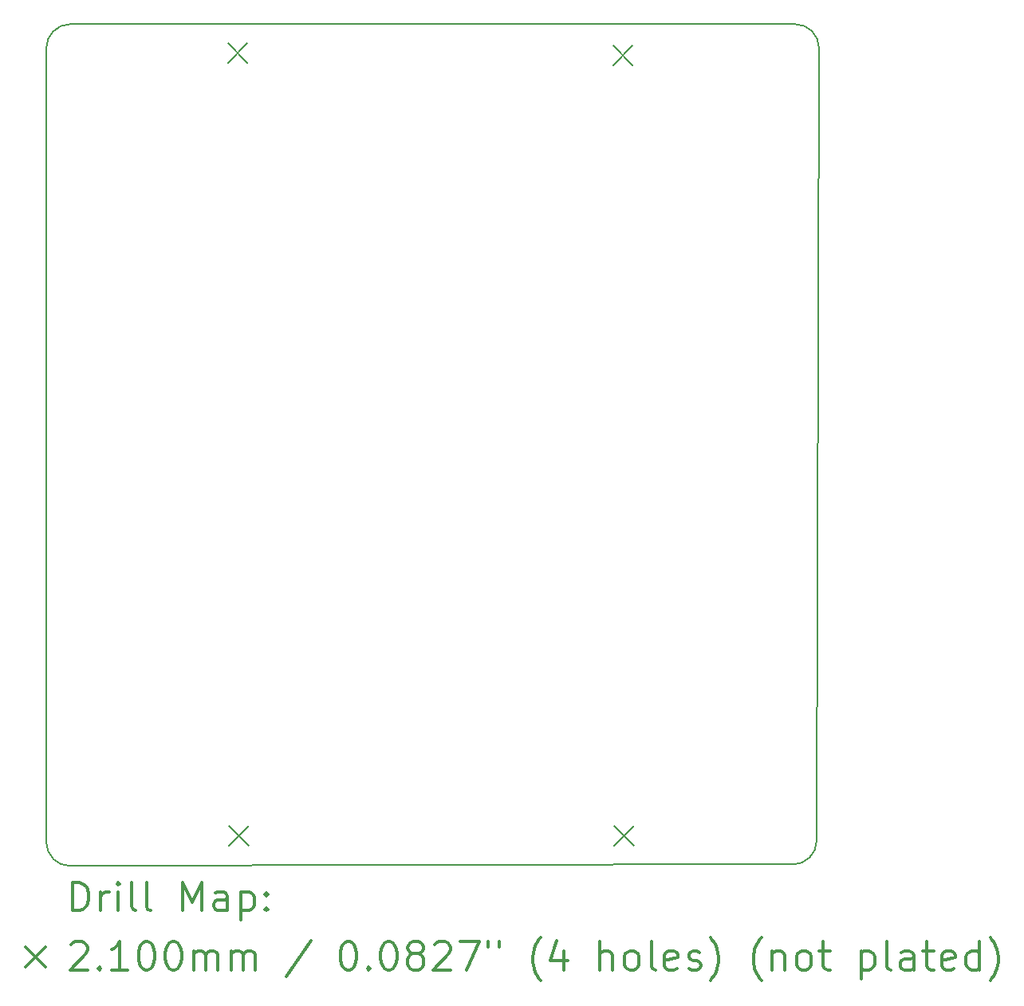
<source format=gbr>
%FSLAX45Y45*%
G04 Gerber Fmt 4.5, Leading zero omitted, Abs format (unit mm)*
G04 Created by KiCad (PCBNEW 5.99.0+really5.1.10+dfsg1-1) date 2022-01-28 19:42:38*
%MOMM*%
%LPD*%
G01*
G04 APERTURE LIST*
%TA.AperFunction,Profile*%
%ADD10C,0.150000*%
%TD*%
%ADD11C,0.200000*%
%ADD12C,0.300000*%
G04 APERTURE END LIST*
D10*
X18084800Y-13089890D02*
G75*
G02*
X17830800Y-13343890I-254000J0D01*
G01*
X10160000Y-13360400D02*
G75*
G02*
X9906000Y-13106400I0J254000D01*
G01*
X9906000Y-4673600D02*
G75*
G02*
X10160000Y-4419600I254000J0D01*
G01*
X17856200Y-4419600D02*
G75*
G02*
X18110200Y-4673600I0J-254000D01*
G01*
X9906000Y-13106400D02*
X9906000Y-4673600D01*
X17830800Y-13343890D02*
X10160000Y-13360400D01*
X18110200Y-4673600D02*
X18084800Y-13089890D01*
X10160000Y-4419600D02*
X17856200Y-4419600D01*
D11*
X11833000Y-4619400D02*
X12043000Y-4829400D01*
X12043000Y-4619400D02*
X11833000Y-4829400D01*
X11847732Y-12933836D02*
X12057732Y-13143836D01*
X12057732Y-12933836D02*
X11847732Y-13143836D01*
X15922400Y-4644800D02*
X16132400Y-4854800D01*
X16132400Y-4644800D02*
X15922400Y-4854800D01*
X15937132Y-12933836D02*
X16147132Y-13143836D01*
X16147132Y-12933836D02*
X15937132Y-13143836D01*
D12*
X10184928Y-13833614D02*
X10184928Y-13533614D01*
X10256357Y-13533614D01*
X10299214Y-13547900D01*
X10327786Y-13576471D01*
X10342071Y-13605043D01*
X10356357Y-13662186D01*
X10356357Y-13705043D01*
X10342071Y-13762186D01*
X10327786Y-13790757D01*
X10299214Y-13819329D01*
X10256357Y-13833614D01*
X10184928Y-13833614D01*
X10484928Y-13833614D02*
X10484928Y-13633614D01*
X10484928Y-13690757D02*
X10499214Y-13662186D01*
X10513500Y-13647900D01*
X10542071Y-13633614D01*
X10570643Y-13633614D01*
X10670643Y-13833614D02*
X10670643Y-13633614D01*
X10670643Y-13533614D02*
X10656357Y-13547900D01*
X10670643Y-13562186D01*
X10684928Y-13547900D01*
X10670643Y-13533614D01*
X10670643Y-13562186D01*
X10856357Y-13833614D02*
X10827786Y-13819329D01*
X10813500Y-13790757D01*
X10813500Y-13533614D01*
X11013500Y-13833614D02*
X10984928Y-13819329D01*
X10970643Y-13790757D01*
X10970643Y-13533614D01*
X11356357Y-13833614D02*
X11356357Y-13533614D01*
X11456357Y-13747900D01*
X11556357Y-13533614D01*
X11556357Y-13833614D01*
X11827786Y-13833614D02*
X11827786Y-13676471D01*
X11813500Y-13647900D01*
X11784928Y-13633614D01*
X11727786Y-13633614D01*
X11699214Y-13647900D01*
X11827786Y-13819329D02*
X11799214Y-13833614D01*
X11727786Y-13833614D01*
X11699214Y-13819329D01*
X11684928Y-13790757D01*
X11684928Y-13762186D01*
X11699214Y-13733614D01*
X11727786Y-13719329D01*
X11799214Y-13719329D01*
X11827786Y-13705043D01*
X11970643Y-13633614D02*
X11970643Y-13933614D01*
X11970643Y-13647900D02*
X11999214Y-13633614D01*
X12056357Y-13633614D01*
X12084928Y-13647900D01*
X12099214Y-13662186D01*
X12113500Y-13690757D01*
X12113500Y-13776471D01*
X12099214Y-13805043D01*
X12084928Y-13819329D01*
X12056357Y-13833614D01*
X11999214Y-13833614D01*
X11970643Y-13819329D01*
X12242071Y-13805043D02*
X12256357Y-13819329D01*
X12242071Y-13833614D01*
X12227786Y-13819329D01*
X12242071Y-13805043D01*
X12242071Y-13833614D01*
X12242071Y-13647900D02*
X12256357Y-13662186D01*
X12242071Y-13676471D01*
X12227786Y-13662186D01*
X12242071Y-13647900D01*
X12242071Y-13676471D01*
X9688500Y-14222900D02*
X9898500Y-14432900D01*
X9898500Y-14222900D02*
X9688500Y-14432900D01*
X10170643Y-14192186D02*
X10184928Y-14177900D01*
X10213500Y-14163614D01*
X10284928Y-14163614D01*
X10313500Y-14177900D01*
X10327786Y-14192186D01*
X10342071Y-14220757D01*
X10342071Y-14249329D01*
X10327786Y-14292186D01*
X10156357Y-14463614D01*
X10342071Y-14463614D01*
X10470643Y-14435043D02*
X10484928Y-14449329D01*
X10470643Y-14463614D01*
X10456357Y-14449329D01*
X10470643Y-14435043D01*
X10470643Y-14463614D01*
X10770643Y-14463614D02*
X10599214Y-14463614D01*
X10684928Y-14463614D02*
X10684928Y-14163614D01*
X10656357Y-14206471D01*
X10627786Y-14235043D01*
X10599214Y-14249329D01*
X10956357Y-14163614D02*
X10984928Y-14163614D01*
X11013500Y-14177900D01*
X11027786Y-14192186D01*
X11042071Y-14220757D01*
X11056357Y-14277900D01*
X11056357Y-14349329D01*
X11042071Y-14406471D01*
X11027786Y-14435043D01*
X11013500Y-14449329D01*
X10984928Y-14463614D01*
X10956357Y-14463614D01*
X10927786Y-14449329D01*
X10913500Y-14435043D01*
X10899214Y-14406471D01*
X10884928Y-14349329D01*
X10884928Y-14277900D01*
X10899214Y-14220757D01*
X10913500Y-14192186D01*
X10927786Y-14177900D01*
X10956357Y-14163614D01*
X11242071Y-14163614D02*
X11270643Y-14163614D01*
X11299214Y-14177900D01*
X11313500Y-14192186D01*
X11327786Y-14220757D01*
X11342071Y-14277900D01*
X11342071Y-14349329D01*
X11327786Y-14406471D01*
X11313500Y-14435043D01*
X11299214Y-14449329D01*
X11270643Y-14463614D01*
X11242071Y-14463614D01*
X11213500Y-14449329D01*
X11199214Y-14435043D01*
X11184928Y-14406471D01*
X11170643Y-14349329D01*
X11170643Y-14277900D01*
X11184928Y-14220757D01*
X11199214Y-14192186D01*
X11213500Y-14177900D01*
X11242071Y-14163614D01*
X11470643Y-14463614D02*
X11470643Y-14263614D01*
X11470643Y-14292186D02*
X11484928Y-14277900D01*
X11513500Y-14263614D01*
X11556357Y-14263614D01*
X11584928Y-14277900D01*
X11599214Y-14306471D01*
X11599214Y-14463614D01*
X11599214Y-14306471D02*
X11613500Y-14277900D01*
X11642071Y-14263614D01*
X11684928Y-14263614D01*
X11713500Y-14277900D01*
X11727786Y-14306471D01*
X11727786Y-14463614D01*
X11870643Y-14463614D02*
X11870643Y-14263614D01*
X11870643Y-14292186D02*
X11884928Y-14277900D01*
X11913500Y-14263614D01*
X11956357Y-14263614D01*
X11984928Y-14277900D01*
X11999214Y-14306471D01*
X11999214Y-14463614D01*
X11999214Y-14306471D02*
X12013500Y-14277900D01*
X12042071Y-14263614D01*
X12084928Y-14263614D01*
X12113500Y-14277900D01*
X12127786Y-14306471D01*
X12127786Y-14463614D01*
X12713500Y-14149329D02*
X12456357Y-14535043D01*
X13099214Y-14163614D02*
X13127786Y-14163614D01*
X13156357Y-14177900D01*
X13170643Y-14192186D01*
X13184928Y-14220757D01*
X13199214Y-14277900D01*
X13199214Y-14349329D01*
X13184928Y-14406471D01*
X13170643Y-14435043D01*
X13156357Y-14449329D01*
X13127786Y-14463614D01*
X13099214Y-14463614D01*
X13070643Y-14449329D01*
X13056357Y-14435043D01*
X13042071Y-14406471D01*
X13027786Y-14349329D01*
X13027786Y-14277900D01*
X13042071Y-14220757D01*
X13056357Y-14192186D01*
X13070643Y-14177900D01*
X13099214Y-14163614D01*
X13327786Y-14435043D02*
X13342071Y-14449329D01*
X13327786Y-14463614D01*
X13313500Y-14449329D01*
X13327786Y-14435043D01*
X13327786Y-14463614D01*
X13527786Y-14163614D02*
X13556357Y-14163614D01*
X13584928Y-14177900D01*
X13599214Y-14192186D01*
X13613500Y-14220757D01*
X13627786Y-14277900D01*
X13627786Y-14349329D01*
X13613500Y-14406471D01*
X13599214Y-14435043D01*
X13584928Y-14449329D01*
X13556357Y-14463614D01*
X13527786Y-14463614D01*
X13499214Y-14449329D01*
X13484928Y-14435043D01*
X13470643Y-14406471D01*
X13456357Y-14349329D01*
X13456357Y-14277900D01*
X13470643Y-14220757D01*
X13484928Y-14192186D01*
X13499214Y-14177900D01*
X13527786Y-14163614D01*
X13799214Y-14292186D02*
X13770643Y-14277900D01*
X13756357Y-14263614D01*
X13742071Y-14235043D01*
X13742071Y-14220757D01*
X13756357Y-14192186D01*
X13770643Y-14177900D01*
X13799214Y-14163614D01*
X13856357Y-14163614D01*
X13884928Y-14177900D01*
X13899214Y-14192186D01*
X13913500Y-14220757D01*
X13913500Y-14235043D01*
X13899214Y-14263614D01*
X13884928Y-14277900D01*
X13856357Y-14292186D01*
X13799214Y-14292186D01*
X13770643Y-14306471D01*
X13756357Y-14320757D01*
X13742071Y-14349329D01*
X13742071Y-14406471D01*
X13756357Y-14435043D01*
X13770643Y-14449329D01*
X13799214Y-14463614D01*
X13856357Y-14463614D01*
X13884928Y-14449329D01*
X13899214Y-14435043D01*
X13913500Y-14406471D01*
X13913500Y-14349329D01*
X13899214Y-14320757D01*
X13884928Y-14306471D01*
X13856357Y-14292186D01*
X14027786Y-14192186D02*
X14042071Y-14177900D01*
X14070643Y-14163614D01*
X14142071Y-14163614D01*
X14170643Y-14177900D01*
X14184928Y-14192186D01*
X14199214Y-14220757D01*
X14199214Y-14249329D01*
X14184928Y-14292186D01*
X14013500Y-14463614D01*
X14199214Y-14463614D01*
X14299214Y-14163614D02*
X14499214Y-14163614D01*
X14370643Y-14463614D01*
X14599214Y-14163614D02*
X14599214Y-14220757D01*
X14713500Y-14163614D02*
X14713500Y-14220757D01*
X15156357Y-14577900D02*
X15142071Y-14563614D01*
X15113500Y-14520757D01*
X15099214Y-14492186D01*
X15084928Y-14449329D01*
X15070643Y-14377900D01*
X15070643Y-14320757D01*
X15084928Y-14249329D01*
X15099214Y-14206471D01*
X15113500Y-14177900D01*
X15142071Y-14135043D01*
X15156357Y-14120757D01*
X15399214Y-14263614D02*
X15399214Y-14463614D01*
X15327786Y-14149329D02*
X15256357Y-14363614D01*
X15442071Y-14363614D01*
X15784928Y-14463614D02*
X15784928Y-14163614D01*
X15913500Y-14463614D02*
X15913500Y-14306471D01*
X15899214Y-14277900D01*
X15870643Y-14263614D01*
X15827786Y-14263614D01*
X15799214Y-14277900D01*
X15784928Y-14292186D01*
X16099214Y-14463614D02*
X16070643Y-14449329D01*
X16056357Y-14435043D01*
X16042071Y-14406471D01*
X16042071Y-14320757D01*
X16056357Y-14292186D01*
X16070643Y-14277900D01*
X16099214Y-14263614D01*
X16142071Y-14263614D01*
X16170643Y-14277900D01*
X16184928Y-14292186D01*
X16199214Y-14320757D01*
X16199214Y-14406471D01*
X16184928Y-14435043D01*
X16170643Y-14449329D01*
X16142071Y-14463614D01*
X16099214Y-14463614D01*
X16370643Y-14463614D02*
X16342071Y-14449329D01*
X16327786Y-14420757D01*
X16327786Y-14163614D01*
X16599214Y-14449329D02*
X16570643Y-14463614D01*
X16513500Y-14463614D01*
X16484928Y-14449329D01*
X16470643Y-14420757D01*
X16470643Y-14306471D01*
X16484928Y-14277900D01*
X16513500Y-14263614D01*
X16570643Y-14263614D01*
X16599214Y-14277900D01*
X16613500Y-14306471D01*
X16613500Y-14335043D01*
X16470643Y-14363614D01*
X16727786Y-14449329D02*
X16756357Y-14463614D01*
X16813500Y-14463614D01*
X16842071Y-14449329D01*
X16856357Y-14420757D01*
X16856357Y-14406471D01*
X16842071Y-14377900D01*
X16813500Y-14363614D01*
X16770643Y-14363614D01*
X16742071Y-14349329D01*
X16727786Y-14320757D01*
X16727786Y-14306471D01*
X16742071Y-14277900D01*
X16770643Y-14263614D01*
X16813500Y-14263614D01*
X16842071Y-14277900D01*
X16956357Y-14577900D02*
X16970643Y-14563614D01*
X16999214Y-14520757D01*
X17013500Y-14492186D01*
X17027786Y-14449329D01*
X17042071Y-14377900D01*
X17042071Y-14320757D01*
X17027786Y-14249329D01*
X17013500Y-14206471D01*
X16999214Y-14177900D01*
X16970643Y-14135043D01*
X16956357Y-14120757D01*
X17499214Y-14577900D02*
X17484928Y-14563614D01*
X17456357Y-14520757D01*
X17442071Y-14492186D01*
X17427786Y-14449329D01*
X17413500Y-14377900D01*
X17413500Y-14320757D01*
X17427786Y-14249329D01*
X17442071Y-14206471D01*
X17456357Y-14177900D01*
X17484928Y-14135043D01*
X17499214Y-14120757D01*
X17613500Y-14263614D02*
X17613500Y-14463614D01*
X17613500Y-14292186D02*
X17627786Y-14277900D01*
X17656357Y-14263614D01*
X17699214Y-14263614D01*
X17727786Y-14277900D01*
X17742071Y-14306471D01*
X17742071Y-14463614D01*
X17927786Y-14463614D02*
X17899214Y-14449329D01*
X17884928Y-14435043D01*
X17870643Y-14406471D01*
X17870643Y-14320757D01*
X17884928Y-14292186D01*
X17899214Y-14277900D01*
X17927786Y-14263614D01*
X17970643Y-14263614D01*
X17999214Y-14277900D01*
X18013500Y-14292186D01*
X18027786Y-14320757D01*
X18027786Y-14406471D01*
X18013500Y-14435043D01*
X17999214Y-14449329D01*
X17970643Y-14463614D01*
X17927786Y-14463614D01*
X18113500Y-14263614D02*
X18227786Y-14263614D01*
X18156357Y-14163614D02*
X18156357Y-14420757D01*
X18170643Y-14449329D01*
X18199214Y-14463614D01*
X18227786Y-14463614D01*
X18556357Y-14263614D02*
X18556357Y-14563614D01*
X18556357Y-14277900D02*
X18584928Y-14263614D01*
X18642071Y-14263614D01*
X18670643Y-14277900D01*
X18684928Y-14292186D01*
X18699214Y-14320757D01*
X18699214Y-14406471D01*
X18684928Y-14435043D01*
X18670643Y-14449329D01*
X18642071Y-14463614D01*
X18584928Y-14463614D01*
X18556357Y-14449329D01*
X18870643Y-14463614D02*
X18842071Y-14449329D01*
X18827786Y-14420757D01*
X18827786Y-14163614D01*
X19113500Y-14463614D02*
X19113500Y-14306471D01*
X19099214Y-14277900D01*
X19070643Y-14263614D01*
X19013500Y-14263614D01*
X18984928Y-14277900D01*
X19113500Y-14449329D02*
X19084928Y-14463614D01*
X19013500Y-14463614D01*
X18984928Y-14449329D01*
X18970643Y-14420757D01*
X18970643Y-14392186D01*
X18984928Y-14363614D01*
X19013500Y-14349329D01*
X19084928Y-14349329D01*
X19113500Y-14335043D01*
X19213500Y-14263614D02*
X19327786Y-14263614D01*
X19256357Y-14163614D02*
X19256357Y-14420757D01*
X19270643Y-14449329D01*
X19299214Y-14463614D01*
X19327786Y-14463614D01*
X19542071Y-14449329D02*
X19513500Y-14463614D01*
X19456357Y-14463614D01*
X19427786Y-14449329D01*
X19413500Y-14420757D01*
X19413500Y-14306471D01*
X19427786Y-14277900D01*
X19456357Y-14263614D01*
X19513500Y-14263614D01*
X19542071Y-14277900D01*
X19556357Y-14306471D01*
X19556357Y-14335043D01*
X19413500Y-14363614D01*
X19813500Y-14463614D02*
X19813500Y-14163614D01*
X19813500Y-14449329D02*
X19784928Y-14463614D01*
X19727786Y-14463614D01*
X19699214Y-14449329D01*
X19684928Y-14435043D01*
X19670643Y-14406471D01*
X19670643Y-14320757D01*
X19684928Y-14292186D01*
X19699214Y-14277900D01*
X19727786Y-14263614D01*
X19784928Y-14263614D01*
X19813500Y-14277900D01*
X19927786Y-14577900D02*
X19942071Y-14563614D01*
X19970643Y-14520757D01*
X19984928Y-14492186D01*
X19999214Y-14449329D01*
X20013500Y-14377900D01*
X20013500Y-14320757D01*
X19999214Y-14249329D01*
X19984928Y-14206471D01*
X19970643Y-14177900D01*
X19942071Y-14135043D01*
X19927786Y-14120757D01*
M02*

</source>
